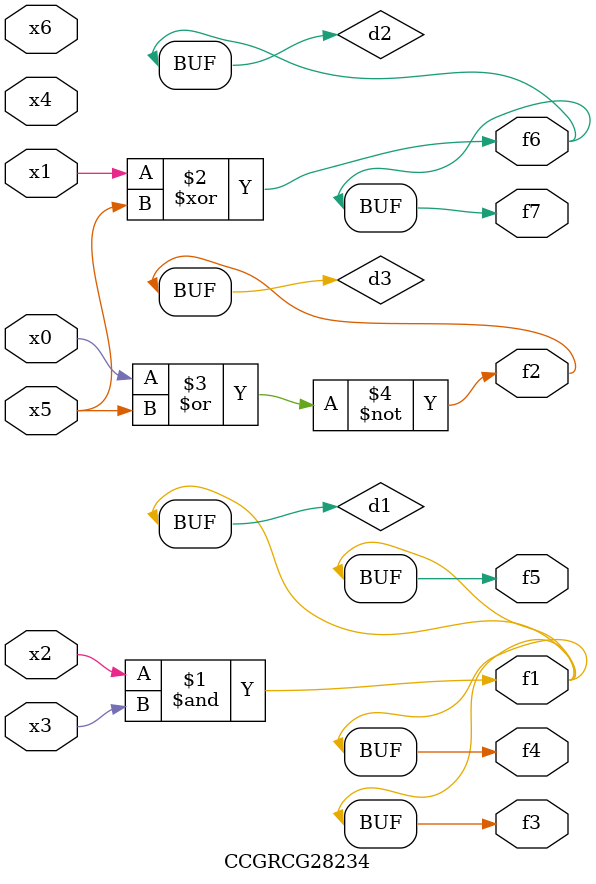
<source format=v>
module CCGRCG28234(
	input x0, x1, x2, x3, x4, x5, x6,
	output f1, f2, f3, f4, f5, f6, f7
);

	wire d1, d2, d3;

	and (d1, x2, x3);
	xor (d2, x1, x5);
	nor (d3, x0, x5);
	assign f1 = d1;
	assign f2 = d3;
	assign f3 = d1;
	assign f4 = d1;
	assign f5 = d1;
	assign f6 = d2;
	assign f7 = d2;
endmodule

</source>
